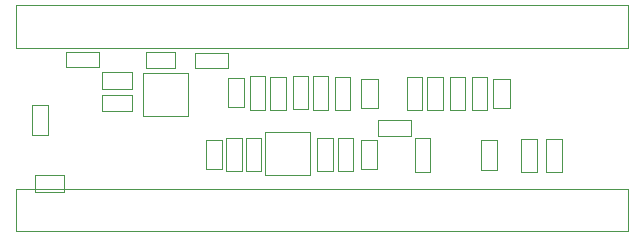
<source format=gbr>
%TF.GenerationSoftware,KiCad,Pcbnew,4.0.7*%
%TF.CreationDate,2017-11-17T14:15:27+08:00*%
%TF.ProjectId,STM32F401CCT6,53544D333246343031434354362E6B69,rev?*%
%TF.FileFunction,Other,User*%
%FSLAX46Y46*%
G04 Gerber Fmt 4.6, Leading zero omitted, Abs format (unit mm)*
G04 Created by KiCad (PCBNEW 4.0.7) date 11/17/17 14:15:27*
%MOMM*%
%LPD*%
G01*
G04 APERTURE LIST*
%ADD10C,0.100000*%
%ADD11C,0.050000*%
G04 APERTURE END LIST*
D10*
D11*
X1702000Y-17672000D02*
X4202000Y-17672000D01*
X1702000Y-17672000D02*
X1702000Y-16272000D01*
X4202000Y-16272000D02*
X4202000Y-17672000D01*
X4202000Y-16272000D02*
X1702000Y-16272000D01*
X30752000Y-12912000D02*
X33552000Y-12912000D01*
X30752000Y-12912000D02*
X30752000Y-11612000D01*
X33552000Y-11612000D02*
X33552000Y-12912000D01*
X33552000Y-11612000D02*
X30752000Y-11612000D01*
X33892000Y-13142000D02*
X33892000Y-15942000D01*
X33892000Y-13142000D02*
X35192000Y-13142000D01*
X35192000Y-15942000D02*
X33892000Y-15942000D01*
X35192000Y-15942000D02*
X35192000Y-13142000D01*
X46322000Y-16012000D02*
X46322000Y-13212000D01*
X46322000Y-16012000D02*
X45022000Y-16012000D01*
X45022000Y-13212000D02*
X46322000Y-13212000D01*
X45022000Y-13212000D02*
X45022000Y-16012000D01*
X7132000Y-5822000D02*
X4332000Y-5822000D01*
X7132000Y-5822000D02*
X7132000Y-7122000D01*
X4332000Y-7122000D02*
X4332000Y-5822000D01*
X4332000Y-7122000D02*
X7132000Y-7122000D01*
X15312000Y-7182000D02*
X18112000Y-7182000D01*
X15312000Y-7182000D02*
X15312000Y-5882000D01*
X18112000Y-5882000D02*
X18112000Y-7182000D01*
X18112000Y-5882000D02*
X15312000Y-5882000D01*
X16212000Y-13252000D02*
X16212000Y-15752000D01*
X16212000Y-13252000D02*
X17612000Y-13252000D01*
X17612000Y-15752000D02*
X16212000Y-15752000D01*
X17612000Y-15752000D02*
X17612000Y-13252000D01*
X19242000Y-15892000D02*
X19242000Y-13092000D01*
X19242000Y-15892000D02*
X17942000Y-15892000D01*
X17942000Y-13092000D02*
X19242000Y-13092000D01*
X17942000Y-13092000D02*
X17942000Y-15892000D01*
X19582000Y-13102000D02*
X19582000Y-15902000D01*
X19582000Y-13102000D02*
X20882000Y-13102000D01*
X20882000Y-15902000D02*
X19582000Y-15902000D01*
X20882000Y-15902000D02*
X20882000Y-13102000D01*
X21202000Y-16232000D02*
X25002000Y-16232000D01*
X25002000Y-16232000D02*
X25002000Y-12632000D01*
X25002000Y-12632000D02*
X21202000Y-12632000D01*
X21202000Y-12632000D02*
X21202000Y-16232000D01*
X25632000Y-13072000D02*
X25632000Y-15872000D01*
X25632000Y-13072000D02*
X26932000Y-13072000D01*
X26932000Y-15872000D02*
X25632000Y-15872000D01*
X26932000Y-15872000D02*
X26932000Y-13072000D01*
X27372000Y-13082000D02*
X27372000Y-15882000D01*
X27372000Y-13082000D02*
X28672000Y-13082000D01*
X28672000Y-15882000D02*
X27372000Y-15882000D01*
X28672000Y-15882000D02*
X28672000Y-13082000D01*
X29312000Y-13252000D02*
X29312000Y-15752000D01*
X29312000Y-13252000D02*
X30712000Y-13252000D01*
X30712000Y-15752000D02*
X29312000Y-15752000D01*
X30712000Y-15752000D02*
X30712000Y-13252000D01*
X39492000Y-13312000D02*
X39492000Y-15812000D01*
X39492000Y-13312000D02*
X40892000Y-13312000D01*
X40892000Y-15812000D02*
X39492000Y-15812000D01*
X40892000Y-15812000D02*
X40892000Y-13312000D01*
X44222000Y-15982000D02*
X44222000Y-13182000D01*
X44222000Y-15982000D02*
X42922000Y-15982000D01*
X42922000Y-13182000D02*
X44222000Y-13182000D01*
X42922000Y-13182000D02*
X42922000Y-15982000D01*
X40542000Y-8102000D02*
X40542000Y-10602000D01*
X40542000Y-8102000D02*
X41942000Y-8102000D01*
X41942000Y-10602000D02*
X40542000Y-10602000D01*
X41942000Y-10602000D02*
X41942000Y-8102000D01*
X38152000Y-10722000D02*
X38152000Y-7922000D01*
X38152000Y-10722000D02*
X36852000Y-10722000D01*
X36852000Y-7922000D02*
X38152000Y-7922000D01*
X36852000Y-7922000D02*
X36852000Y-10722000D01*
X34952000Y-7902000D02*
X34952000Y-10702000D01*
X34952000Y-7902000D02*
X36252000Y-7902000D01*
X36252000Y-10702000D02*
X34952000Y-10702000D01*
X36252000Y-10702000D02*
X36252000Y-7902000D01*
X33222000Y-7902000D02*
X33222000Y-10702000D01*
X33222000Y-7902000D02*
X34522000Y-7902000D01*
X34522000Y-10702000D02*
X33222000Y-10702000D01*
X34522000Y-10702000D02*
X34522000Y-7902000D01*
X30782000Y-10592000D02*
X30782000Y-8092000D01*
X30782000Y-10592000D02*
X29382000Y-10592000D01*
X29382000Y-8092000D02*
X30782000Y-8092000D01*
X29382000Y-8092000D02*
X29382000Y-10592000D01*
X28422000Y-10702000D02*
X28422000Y-7902000D01*
X28422000Y-10702000D02*
X27122000Y-10702000D01*
X27122000Y-7902000D02*
X28422000Y-7902000D01*
X27122000Y-7902000D02*
X27122000Y-10702000D01*
X21242000Y-10692000D02*
X21242000Y-7892000D01*
X21242000Y-10692000D02*
X19942000Y-10692000D01*
X19942000Y-7892000D02*
X21242000Y-7892000D01*
X19942000Y-7892000D02*
X19942000Y-10692000D01*
X26542000Y-10692000D02*
X26542000Y-7892000D01*
X26542000Y-10692000D02*
X25242000Y-10692000D01*
X25242000Y-7892000D02*
X26542000Y-7892000D01*
X25242000Y-7892000D02*
X25242000Y-10692000D01*
X22972000Y-10712000D02*
X22972000Y-7912000D01*
X22972000Y-10712000D02*
X21672000Y-10712000D01*
X21672000Y-7912000D02*
X22972000Y-7912000D01*
X21672000Y-7912000D02*
X21672000Y-10712000D01*
X24852000Y-10682000D02*
X24852000Y-7882000D01*
X24852000Y-10682000D02*
X23552000Y-10682000D01*
X23552000Y-7882000D02*
X24852000Y-7882000D01*
X23552000Y-7882000D02*
X23552000Y-10682000D01*
X18072000Y-8022000D02*
X18072000Y-10522000D01*
X18072000Y-8022000D02*
X19472000Y-8022000D01*
X19472000Y-10522000D02*
X18072000Y-10522000D01*
X19472000Y-10522000D02*
X19472000Y-8022000D01*
X13620000Y-5810000D02*
X11120000Y-5810000D01*
X13620000Y-5810000D02*
X13620000Y-7210000D01*
X11120000Y-7210000D02*
X11120000Y-5810000D01*
X11120000Y-7210000D02*
X13620000Y-7210000D01*
X10882000Y-7612000D02*
X14682000Y-7612000D01*
X10882000Y-11212000D02*
X10882000Y-7612000D01*
X14682000Y-11212000D02*
X10882000Y-11212000D01*
X14682000Y-7612000D02*
X14682000Y-11212000D01*
X9952000Y-9452000D02*
X7452000Y-9452000D01*
X9952000Y-9452000D02*
X9952000Y-10852000D01*
X7452000Y-10852000D02*
X7452000Y-9452000D01*
X7452000Y-10852000D02*
X9952000Y-10852000D01*
X9952000Y-7542000D02*
X7452000Y-7542000D01*
X9952000Y-7542000D02*
X9952000Y-8942000D01*
X7452000Y-8942000D02*
X7452000Y-7542000D01*
X7452000Y-8942000D02*
X9952000Y-8942000D01*
X1472000Y-10342000D02*
X1472000Y-12842000D01*
X1472000Y-10342000D02*
X2872000Y-10342000D01*
X2872000Y-12842000D02*
X1472000Y-12842000D01*
X2872000Y-12842000D02*
X2872000Y-10342000D01*
X51952000Y-20982000D02*
X102000Y-20982000D01*
X102000Y-20982000D02*
X102000Y-17382000D01*
X102000Y-17382000D02*
X51952000Y-17382000D01*
X51952000Y-17382000D02*
X51952000Y-20982000D01*
X51952000Y-5482000D02*
X102000Y-5482000D01*
X102000Y-5482000D02*
X102000Y-1882000D01*
X102000Y-1882000D02*
X51952000Y-1882000D01*
X51952000Y-1882000D02*
X51952000Y-5482000D01*
X40012000Y-10722000D02*
X40012000Y-7922000D01*
X40012000Y-10722000D02*
X38712000Y-10722000D01*
X38712000Y-7922000D02*
X40012000Y-7922000D01*
X38712000Y-7922000D02*
X38712000Y-10722000D01*
M02*

</source>
